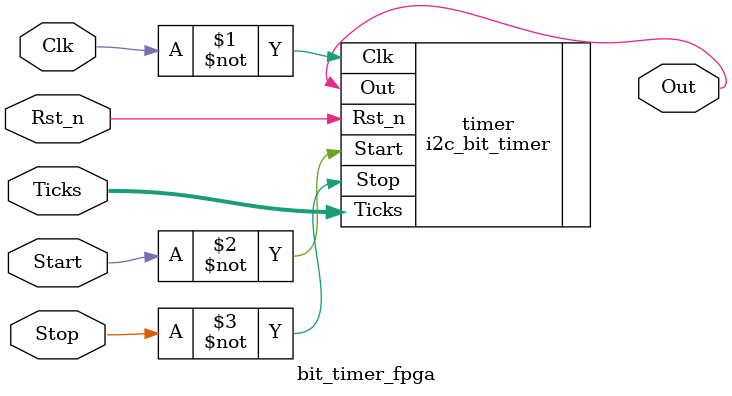
<source format=v>
module bit_timer_fpga (
    input Clk, Rst_n, Start, Stop,
    input [7:0] Ticks,
    output wire Out
);

i2c_bit_timer timer (
    .Clk           (~Clk),
    .Rst_n         (Rst_n),
    .Start         (~Start),
    .Stop          (~Stop),
    .Ticks         (Ticks),
    .Out           (Out)
);

endmodule
</source>
